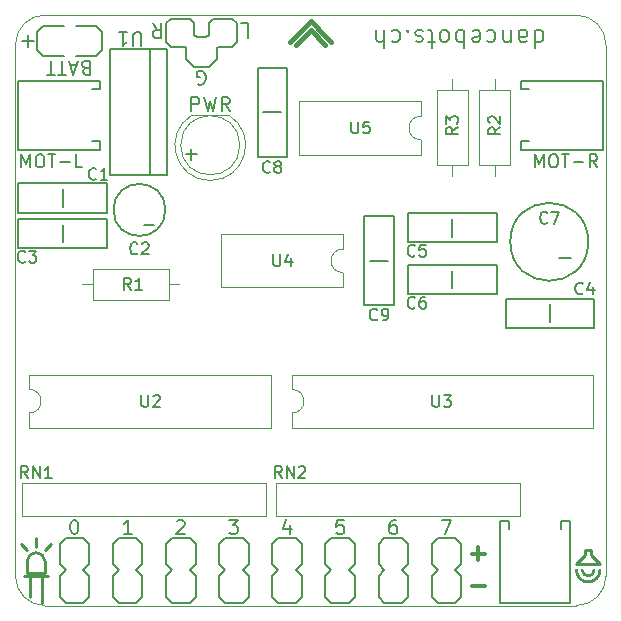
<source format=gbr>
G04 #@! TF.GenerationSoftware,KiCad,Pcbnew,(5.1.4)-1*
G04 #@! TF.CreationDate,2019-12-17T09:59:54+01:00*
G04 #@! TF.ProjectId,dancebots-pcb,64616e63-6562-46f7-9473-2d7063622e6b,rev?*
G04 #@! TF.SameCoordinates,PX5f5e100PY8f0d180*
G04 #@! TF.FileFunction,Legend,Top*
G04 #@! TF.FilePolarity,Positive*
%FSLAX46Y46*%
G04 Gerber Fmt 4.6, Leading zero omitted, Abs format (unit mm)*
G04 Created by KiCad (PCBNEW (5.1.4)-1) date 2019-12-17 09:59:54*
%MOMM*%
%LPD*%
G04 APERTURE LIST*
%ADD10C,0.400000*%
%ADD11C,0.300000*%
%ADD12C,0.200000*%
%ADD13C,0.170000*%
%ADD14C,0.250000*%
%ADD15C,0.100000*%
%ADD16C,0.120000*%
%ADD17C,0.150000*%
G04 APERTURE END LIST*
D10*
X23750000Y48250000D02*
X23250000Y47750000D01*
X26250000Y48250000D02*
X26750000Y47750000D01*
X25000000Y48750000D02*
X23750000Y47500000D01*
X25000000Y48750000D02*
X26250000Y47500000D01*
X25000000Y49500000D02*
X26250000Y48250000D01*
X25000000Y49500000D02*
X23750000Y48250000D01*
D11*
X38628571Y1692858D02*
X39771428Y1692858D01*
X38628571Y4392858D02*
X39771428Y4392858D01*
X39200000Y3821429D02*
X39200000Y4964286D01*
D12*
X14442857Y38214286D02*
X15357142Y38214286D01*
X14900000Y37757143D02*
X14900000Y38671429D01*
D13*
X14900000Y41857143D02*
X14900000Y43057143D01*
X15357142Y43057143D01*
X15471428Y43000000D01*
X15528571Y42942858D01*
X15585714Y42828572D01*
X15585714Y42657143D01*
X15528571Y42542858D01*
X15471428Y42485715D01*
X15357142Y42428572D01*
X14900000Y42428572D01*
X15985714Y43057143D02*
X16271428Y41857143D01*
X16500000Y42714286D01*
X16728571Y41857143D01*
X17014285Y43057143D01*
X18157142Y41857143D02*
X17757142Y42428572D01*
X17471428Y41857143D02*
X17471428Y43057143D01*
X17928571Y43057143D01*
X18042857Y43000000D01*
X18100000Y42942858D01*
X18157142Y42828572D01*
X18157142Y42657143D01*
X18100000Y42542858D01*
X18042857Y42485715D01*
X17928571Y42428572D01*
X17471428Y42428572D01*
X511904Y37102381D02*
X511904Y38202381D01*
X878571Y37416667D01*
X1245238Y38202381D01*
X1245238Y37102381D01*
X1978571Y38202381D02*
X2188095Y38202381D01*
X2292857Y38150000D01*
X2397619Y38045239D01*
X2450000Y37835715D01*
X2450000Y37469048D01*
X2397619Y37259524D01*
X2292857Y37154762D01*
X2188095Y37102381D01*
X1978571Y37102381D01*
X1873809Y37154762D01*
X1769047Y37259524D01*
X1716666Y37469048D01*
X1716666Y37835715D01*
X1769047Y38045239D01*
X1873809Y38150000D01*
X1978571Y38202381D01*
X2764285Y38202381D02*
X3392857Y38202381D01*
X3078571Y37102381D02*
X3078571Y38202381D01*
X3759523Y37521429D02*
X4597619Y37521429D01*
X5645238Y37102381D02*
X5121428Y37102381D01*
X5121428Y38202381D01*
X44007142Y37102381D02*
X44007142Y38202381D01*
X44373809Y37416667D01*
X44740476Y38202381D01*
X44740476Y37102381D01*
X45473809Y38202381D02*
X45683333Y38202381D01*
X45788095Y38150000D01*
X45892857Y38045239D01*
X45945238Y37835715D01*
X45945238Y37469048D01*
X45892857Y37259524D01*
X45788095Y37154762D01*
X45683333Y37102381D01*
X45473809Y37102381D01*
X45369047Y37154762D01*
X45264285Y37259524D01*
X45211904Y37469048D01*
X45211904Y37835715D01*
X45264285Y38045239D01*
X45369047Y38150000D01*
X45473809Y38202381D01*
X46259523Y38202381D02*
X46888095Y38202381D01*
X46573809Y37102381D02*
X46573809Y38202381D01*
X47254761Y37521429D02*
X48092857Y37521429D01*
X49245238Y37102381D02*
X48878571Y37626191D01*
X48616666Y37102381D02*
X48616666Y38202381D01*
X49035714Y38202381D01*
X49140476Y38150000D01*
X49192857Y38097620D01*
X49245238Y37992858D01*
X49245238Y37835715D01*
X49192857Y37730953D01*
X49140476Y37678572D01*
X49035714Y37626191D01*
X48616666Y37626191D01*
D12*
X43992857Y48728572D02*
X43992857Y47228572D01*
X43992857Y48657143D02*
X44135714Y48728572D01*
X44421428Y48728572D01*
X44564285Y48657143D01*
X44635714Y48585715D01*
X44707142Y48442858D01*
X44707142Y48014286D01*
X44635714Y47871429D01*
X44564285Y47800000D01*
X44421428Y47728572D01*
X44135714Y47728572D01*
X43992857Y47800000D01*
X42635714Y48728572D02*
X42635714Y47942858D01*
X42707142Y47800000D01*
X42850000Y47728572D01*
X43135714Y47728572D01*
X43278571Y47800000D01*
X42635714Y48657143D02*
X42778571Y48728572D01*
X43135714Y48728572D01*
X43278571Y48657143D01*
X43350000Y48514286D01*
X43350000Y48371429D01*
X43278571Y48228572D01*
X43135714Y48157143D01*
X42778571Y48157143D01*
X42635714Y48085715D01*
X41921428Y47728572D02*
X41921428Y48728572D01*
X41921428Y47871429D02*
X41850000Y47800000D01*
X41707142Y47728572D01*
X41492857Y47728572D01*
X41350000Y47800000D01*
X41278571Y47942858D01*
X41278571Y48728572D01*
X39921428Y48657143D02*
X40064285Y48728572D01*
X40350000Y48728572D01*
X40492857Y48657143D01*
X40564285Y48585715D01*
X40635714Y48442858D01*
X40635714Y48014286D01*
X40564285Y47871429D01*
X40492857Y47800000D01*
X40350000Y47728572D01*
X40064285Y47728572D01*
X39921428Y47800000D01*
X38707142Y48657143D02*
X38850000Y48728572D01*
X39135714Y48728572D01*
X39278571Y48657143D01*
X39350000Y48514286D01*
X39350000Y47942858D01*
X39278571Y47800000D01*
X39135714Y47728572D01*
X38850000Y47728572D01*
X38707142Y47800000D01*
X38635714Y47942858D01*
X38635714Y48085715D01*
X39350000Y48228572D01*
X37992857Y48728572D02*
X37992857Y47228572D01*
X37992857Y47800000D02*
X37850000Y47728572D01*
X37564285Y47728572D01*
X37421428Y47800000D01*
X37350000Y47871429D01*
X37278571Y48014286D01*
X37278571Y48442858D01*
X37350000Y48585715D01*
X37421428Y48657143D01*
X37564285Y48728572D01*
X37850000Y48728572D01*
X37992857Y48657143D01*
X36421428Y48728572D02*
X36564285Y48657143D01*
X36635714Y48585715D01*
X36707142Y48442858D01*
X36707142Y48014286D01*
X36635714Y47871429D01*
X36564285Y47800000D01*
X36421428Y47728572D01*
X36207142Y47728572D01*
X36064285Y47800000D01*
X35992857Y47871429D01*
X35921428Y48014286D01*
X35921428Y48442858D01*
X35992857Y48585715D01*
X36064285Y48657143D01*
X36207142Y48728572D01*
X36421428Y48728572D01*
X35492857Y47728572D02*
X34921428Y47728572D01*
X35278571Y47228572D02*
X35278571Y48514286D01*
X35207142Y48657143D01*
X35064285Y48728572D01*
X34921428Y48728572D01*
X34492857Y48657143D02*
X34350000Y48728572D01*
X34064285Y48728572D01*
X33921428Y48657143D01*
X33850000Y48514286D01*
X33850000Y48442858D01*
X33921428Y48300000D01*
X34064285Y48228572D01*
X34278571Y48228572D01*
X34421428Y48157143D01*
X34492857Y48014286D01*
X34492857Y47942858D01*
X34421428Y47800000D01*
X34278571Y47728572D01*
X34064285Y47728572D01*
X33921428Y47800000D01*
X33207142Y48585715D02*
X33135714Y48657143D01*
X33207142Y48728572D01*
X33278571Y48657143D01*
X33207142Y48585715D01*
X33207142Y48728572D01*
X31850000Y48657143D02*
X31992857Y48728572D01*
X32278571Y48728572D01*
X32421428Y48657143D01*
X32492857Y48585715D01*
X32564285Y48442858D01*
X32564285Y48014286D01*
X32492857Y47871429D01*
X32421428Y47800000D01*
X32278571Y47728572D01*
X31992857Y47728572D01*
X31850000Y47800000D01*
X31207142Y48728572D02*
X31207142Y47228572D01*
X30564285Y48728572D02*
X30564285Y47942858D01*
X30635714Y47800000D01*
X30778571Y47728572D01*
X30992857Y47728572D01*
X31135714Y47800000D01*
X31207142Y47871429D01*
D13*
X36100000Y7257143D02*
X36900000Y7257143D01*
X36385714Y6057143D01*
X32228571Y7257143D02*
X32000000Y7257143D01*
X31885714Y7200000D01*
X31828571Y7142858D01*
X31714285Y6971429D01*
X31657142Y6742858D01*
X31657142Y6285715D01*
X31714285Y6171429D01*
X31771428Y6114286D01*
X31885714Y6057143D01*
X32114285Y6057143D01*
X32228571Y6114286D01*
X32285714Y6171429D01*
X32342857Y6285715D01*
X32342857Y6571429D01*
X32285714Y6685715D01*
X32228571Y6742858D01*
X32114285Y6800000D01*
X31885714Y6800000D01*
X31771428Y6742858D01*
X31714285Y6685715D01*
X31657142Y6571429D01*
X27785714Y7257143D02*
X27214285Y7257143D01*
X27157142Y6685715D01*
X27214285Y6742858D01*
X27328571Y6800000D01*
X27614285Y6800000D01*
X27728571Y6742858D01*
X27785714Y6685715D01*
X27842857Y6571429D01*
X27842857Y6285715D01*
X27785714Y6171429D01*
X27728571Y6114286D01*
X27614285Y6057143D01*
X27328571Y6057143D01*
X27214285Y6114286D01*
X27157142Y6171429D01*
X23228571Y6857143D02*
X23228571Y6057143D01*
X22942857Y7314286D02*
X22657142Y6457143D01*
X23400000Y6457143D01*
X18100000Y7257143D02*
X18842857Y7257143D01*
X18442857Y6800000D01*
X18614285Y6800000D01*
X18728571Y6742858D01*
X18785714Y6685715D01*
X18842857Y6571429D01*
X18842857Y6285715D01*
X18785714Y6171429D01*
X18728571Y6114286D01*
X18614285Y6057143D01*
X18271428Y6057143D01*
X18157142Y6114286D01*
X18100000Y6171429D01*
X13657142Y7142858D02*
X13714285Y7200000D01*
X13828571Y7257143D01*
X14114285Y7257143D01*
X14228571Y7200000D01*
X14285714Y7142858D01*
X14342857Y7028572D01*
X14342857Y6914286D01*
X14285714Y6742858D01*
X13600000Y6057143D01*
X14342857Y6057143D01*
X9842857Y6057143D02*
X9157142Y6057143D01*
X9500000Y6057143D02*
X9500000Y7257143D01*
X9385714Y7085715D01*
X9271428Y6971429D01*
X9157142Y6914286D01*
X4942857Y7257143D02*
X5057142Y7257143D01*
X5171428Y7200000D01*
X5228571Y7142858D01*
X5285714Y7028572D01*
X5342857Y6800000D01*
X5342857Y6514286D01*
X5285714Y6285715D01*
X5228571Y6171429D01*
X5171428Y6114286D01*
X5057142Y6057143D01*
X4942857Y6057143D01*
X4828571Y6114286D01*
X4771428Y6171429D01*
X4714285Y6285715D01*
X4657142Y6514286D01*
X4657142Y6800000D01*
X4714285Y7028572D01*
X4771428Y7142858D01*
X4828571Y7200000D01*
X4942857Y7257143D01*
X10664285Y47342858D02*
X10664285Y48314286D01*
X10607142Y48428572D01*
X10550000Y48485715D01*
X10435714Y48542858D01*
X10207142Y48542858D01*
X10092857Y48485715D01*
X10035714Y48428572D01*
X9978571Y48314286D01*
X9978571Y47342858D01*
X8778571Y48542858D02*
X9464285Y48542858D01*
X9121428Y48542858D02*
X9121428Y47342858D01*
X9235714Y47514286D01*
X9350000Y47628572D01*
X9464285Y47685715D01*
X11628571Y49292858D02*
X12028571Y48721429D01*
X12314285Y49292858D02*
X12314285Y48092858D01*
X11857142Y48092858D01*
X11742857Y48150000D01*
X11685714Y48207143D01*
X11628571Y48321429D01*
X11628571Y48492858D01*
X11685714Y48607143D01*
X11742857Y48664286D01*
X11857142Y48721429D01*
X12314285Y48721429D01*
X19128571Y49292858D02*
X19700000Y49292858D01*
X19700000Y48092858D01*
X15435714Y44150000D02*
X15550000Y44092858D01*
X15721428Y44092858D01*
X15892857Y44150000D01*
X16007142Y44264286D01*
X16064285Y44378572D01*
X16121428Y44607143D01*
X16121428Y44778572D01*
X16064285Y45007143D01*
X16007142Y45121429D01*
X15892857Y45235715D01*
X15721428Y45292858D01*
X15607142Y45292858D01*
X15435714Y45235715D01*
X15378571Y45178572D01*
X15378571Y44778572D01*
X15607142Y44778572D01*
X5942857Y45514286D02*
X5771428Y45571429D01*
X5714285Y45628572D01*
X5657142Y45742858D01*
X5657142Y45914286D01*
X5714285Y46028572D01*
X5771428Y46085715D01*
X5885714Y46142858D01*
X6342857Y46142858D01*
X6342857Y44942858D01*
X5942857Y44942858D01*
X5828571Y45000000D01*
X5771428Y45057143D01*
X5714285Y45171429D01*
X5714285Y45285715D01*
X5771428Y45400000D01*
X5828571Y45457143D01*
X5942857Y45514286D01*
X6342857Y45514286D01*
X5200000Y45800000D02*
X4628571Y45800000D01*
X5314285Y46142858D02*
X4914285Y44942858D01*
X4514285Y46142858D01*
X4285714Y44942858D02*
X3600000Y44942858D01*
X3942857Y46142858D02*
X3942857Y44942858D01*
X3371428Y44942858D02*
X2685714Y44942858D01*
X3028571Y46142858D02*
X3028571Y44942858D01*
D14*
X48750000Y4750000D02*
X48750000Y4250000D01*
X48250000Y4750000D02*
X48750000Y4750000D01*
X48250000Y4250000D02*
X48250000Y4750000D01*
X48250000Y4250000D02*
X47500000Y3500000D01*
X49500000Y3500000D02*
X48750000Y4250000D01*
X47500000Y3500000D02*
X49500000Y3500000D01*
X48000000Y3000000D02*
G75*
G03X48500000Y2500000I500000J0D01*
G01*
X48500000Y2500000D02*
G75*
G03X49000000Y3000000I0J500000D01*
G01*
X48500000Y2000000D02*
G75*
G03X49500000Y3000000I0J1000000D01*
G01*
X47500000Y3000000D02*
G75*
G03X48500000Y2000000I1000000J0D01*
G01*
X1000000Y4750000D02*
X500000Y5250000D01*
X2500000Y4750000D02*
X3000000Y5250000D01*
X1750000Y5000000D02*
X1750000Y5750000D01*
X2250000Y2500000D02*
X2250000Y250000D01*
X1250000Y2500000D02*
X1250000Y750000D01*
X750000Y2500000D02*
X2750000Y2500000D01*
X2500000Y2750000D02*
X2500000Y3750000D01*
X1000000Y2750000D02*
X2500000Y2750000D01*
X1000000Y3750000D02*
X1000000Y2750000D01*
X1750000Y4500000D02*
G75*
G03X1000000Y3750000I0J-750000D01*
G01*
X2500000Y3750000D02*
G75*
G03X1750000Y4500000I-750000J0D01*
G01*
D15*
X0Y2500000D02*
G75*
G03X2500000Y0I2500000J0D01*
G01*
X47500000Y0D02*
G75*
G03X50000000Y2500000I0J2500000D01*
G01*
X50000000Y2500000D02*
X50000000Y47500000D01*
X2500000Y0D02*
X47500000Y0D01*
X0Y47500000D02*
X0Y2500000D01*
X50000000Y47500000D02*
G75*
G03X47500000Y50000000I-2500000J0D01*
G01*
X2500000Y50000000D02*
G75*
G03X0Y47500000I0J-2500000D01*
G01*
X2500000Y50000000D02*
X47500000Y50000000D01*
D16*
X34330000Y38190000D02*
X34330000Y39440000D01*
X24050000Y38190000D02*
X34330000Y38190000D01*
X24050000Y42690000D02*
X24050000Y38190000D01*
X34330000Y42690000D02*
X24050000Y42690000D01*
X34330000Y41440000D02*
X34330000Y42690000D01*
X34330000Y39440000D02*
G75*
G02X34330000Y41440000I0J1000000D01*
G01*
X27730000Y26940000D02*
X27730000Y28190000D01*
X17450000Y26940000D02*
X27730000Y26940000D01*
X17450000Y31440000D02*
X17450000Y26940000D01*
X27730000Y31440000D02*
X17450000Y31440000D01*
X27730000Y30190000D02*
X27730000Y31440000D01*
X27730000Y28190000D02*
G75*
G02X27730000Y30190000I0J1000000D01*
G01*
X23420000Y19560000D02*
X23420000Y18310000D01*
X48940000Y19560000D02*
X23420000Y19560000D01*
X48940000Y15060000D02*
X48940000Y19560000D01*
X23420000Y15060000D02*
X48940000Y15060000D01*
X23420000Y16310000D02*
X23420000Y15060000D01*
X23420000Y18310000D02*
G75*
G02X23420000Y16310000I0J-1000000D01*
G01*
X1170000Y19560000D02*
X1170000Y18310000D01*
X21610000Y19560000D02*
X1170000Y19560000D01*
X21610000Y15060000D02*
X21610000Y19560000D01*
X1170000Y15060000D02*
X21610000Y15060000D01*
X1170000Y16310000D02*
X1170000Y15060000D01*
X1170000Y18310000D02*
G75*
G02X1170000Y16310000I0J-1000000D01*
G01*
X18045000Y41540000D02*
X14955000Y41540000D01*
X19000000Y38980000D02*
G75*
G03X19000000Y38980000I-2500000J0D01*
G01*
X16500462Y35990000D02*
G75*
G02X14955170Y41540000I-462J2990000D01*
G01*
X16499538Y35990000D02*
G75*
G03X18044830Y41540000I462J2990000D01*
G01*
D12*
X1100000Y48300000D02*
X1100000Y47300000D01*
X1600000Y47800000D02*
X600000Y47800000D01*
X7350000Y48550000D02*
X7350000Y47050000D01*
X7350000Y47050000D02*
X6850000Y46550000D01*
X6850000Y46550000D02*
X5100000Y46550000D01*
X4100000Y46550000D02*
X2350000Y46550000D01*
X2350000Y46550000D02*
X1850000Y47050000D01*
X1850000Y47050000D02*
X1850000Y48550000D01*
X1850000Y48550000D02*
X2350000Y49050000D01*
X2350000Y49050000D02*
X4100000Y49050000D01*
X5100000Y49050000D02*
X6850000Y49050000D01*
X6850000Y49050000D02*
X7350000Y48550000D01*
X10900000Y32200000D02*
X11700000Y32200000D01*
X12700000Y33500000D02*
G75*
G03X12700000Y33500000I-2200000J0D01*
G01*
X46000000Y29400000D02*
X47000000Y29400000D01*
X48500000Y30800000D02*
G75*
G03X48500000Y30800000I-3300000J0D01*
G01*
X4250000Y5750000D02*
X5750000Y5750000D01*
X5750000Y5750000D02*
X6250000Y5250000D01*
X6250000Y5250000D02*
X6250000Y3500000D01*
X6250000Y3500000D02*
X5750000Y3000000D01*
X5750000Y3000000D02*
X6250000Y2500000D01*
X6250000Y2500000D02*
X6250000Y750000D01*
X6250000Y750000D02*
X5750000Y250000D01*
X5750000Y250000D02*
X4250000Y250000D01*
X4250000Y250000D02*
X3750000Y750000D01*
X3750000Y750000D02*
X3750000Y2500000D01*
X3750000Y2500000D02*
X4250000Y3000000D01*
X4250000Y3000000D02*
X3750000Y3500000D01*
X3750000Y3500000D02*
X3750000Y5250000D01*
X3750000Y5250000D02*
X4250000Y5750000D01*
X8750000Y5750000D02*
X10250000Y5750000D01*
X10250000Y5750000D02*
X10750000Y5250000D01*
X10750000Y5250000D02*
X10750000Y3500000D01*
X10750000Y3500000D02*
X10250000Y3000000D01*
X10250000Y3000000D02*
X10750000Y2500000D01*
X10750000Y2500000D02*
X10750000Y750000D01*
X10750000Y750000D02*
X10250000Y250000D01*
X10250000Y250000D02*
X8750000Y250000D01*
X8750000Y250000D02*
X8250000Y750000D01*
X8250000Y750000D02*
X8250000Y2500000D01*
X8250000Y2500000D02*
X8750000Y3000000D01*
X8750000Y3000000D02*
X8250000Y3500000D01*
X8250000Y3500000D02*
X8250000Y5250000D01*
X8250000Y5250000D02*
X8750000Y5750000D01*
X13250000Y5750000D02*
X14750000Y5750000D01*
X14750000Y5750000D02*
X15250000Y5250000D01*
X15250000Y5250000D02*
X15250000Y3500000D01*
X15250000Y3500000D02*
X14750000Y3000000D01*
X14750000Y3000000D02*
X15250000Y2500000D01*
X15250000Y2500000D02*
X15250000Y750000D01*
X15250000Y750000D02*
X14750000Y250000D01*
X14750000Y250000D02*
X13250000Y250000D01*
X13250000Y250000D02*
X12750000Y750000D01*
X12750000Y750000D02*
X12750000Y2500000D01*
X12750000Y2500000D02*
X13250000Y3000000D01*
X13250000Y3000000D02*
X12750000Y3500000D01*
X12750000Y3500000D02*
X12750000Y5250000D01*
X12750000Y5250000D02*
X13250000Y5750000D01*
X17750000Y5750000D02*
X19250000Y5750000D01*
X19250000Y5750000D02*
X19750000Y5250000D01*
X19750000Y5250000D02*
X19750000Y3500000D01*
X19750000Y3500000D02*
X19250000Y3000000D01*
X19250000Y3000000D02*
X19750000Y2500000D01*
X19750000Y2500000D02*
X19750000Y750000D01*
X19750000Y750000D02*
X19250000Y250000D01*
X19250000Y250000D02*
X17750000Y250000D01*
X17750000Y250000D02*
X17250000Y750000D01*
X17250000Y750000D02*
X17250000Y2500000D01*
X17250000Y2500000D02*
X17750000Y3000000D01*
X17750000Y3000000D02*
X17250000Y3500000D01*
X17250000Y3500000D02*
X17250000Y5250000D01*
X17250000Y5250000D02*
X17750000Y5750000D01*
X22250000Y5750000D02*
X23750000Y5750000D01*
X23750000Y5750000D02*
X24250000Y5250000D01*
X24250000Y5250000D02*
X24250000Y3500000D01*
X24250000Y3500000D02*
X23750000Y3000000D01*
X23750000Y3000000D02*
X24250000Y2500000D01*
X24250000Y2500000D02*
X24250000Y750000D01*
X24250000Y750000D02*
X23750000Y250000D01*
X23750000Y250000D02*
X22250000Y250000D01*
X22250000Y250000D02*
X21750000Y750000D01*
X21750000Y750000D02*
X21750000Y2500000D01*
X21750000Y2500000D02*
X22250000Y3000000D01*
X22250000Y3000000D02*
X21750000Y3500000D01*
X21750000Y3500000D02*
X21750000Y5250000D01*
X21750000Y5250000D02*
X22250000Y5750000D01*
X26750000Y5750000D02*
X28250000Y5750000D01*
X28250000Y5750000D02*
X28750000Y5250000D01*
X28750000Y5250000D02*
X28750000Y3500000D01*
X28750000Y3500000D02*
X28250000Y3000000D01*
X28250000Y3000000D02*
X28750000Y2500000D01*
X28750000Y2500000D02*
X28750000Y750000D01*
X28750000Y750000D02*
X28250000Y250000D01*
X28250000Y250000D02*
X26750000Y250000D01*
X26750000Y250000D02*
X26250000Y750000D01*
X26250000Y750000D02*
X26250000Y2500000D01*
X26250000Y2500000D02*
X26750000Y3000000D01*
X26750000Y3000000D02*
X26250000Y3500000D01*
X26250000Y3500000D02*
X26250000Y5250000D01*
X26250000Y5250000D02*
X26750000Y5750000D01*
X31250000Y5750000D02*
X32750000Y5750000D01*
X32750000Y5750000D02*
X33250000Y5250000D01*
X33250000Y5250000D02*
X33250000Y3500000D01*
X33250000Y3500000D02*
X32750000Y3000000D01*
X32750000Y3000000D02*
X33250000Y2500000D01*
X33250000Y2500000D02*
X33250000Y750000D01*
X33250000Y750000D02*
X32750000Y250000D01*
X32750000Y250000D02*
X31250000Y250000D01*
X31250000Y250000D02*
X30750000Y750000D01*
X30750000Y750000D02*
X30750000Y2500000D01*
X30750000Y2500000D02*
X31250000Y3000000D01*
X31250000Y3000000D02*
X30750000Y3500000D01*
X30750000Y3500000D02*
X30750000Y5250000D01*
X30750000Y5250000D02*
X31250000Y5750000D01*
X35750000Y5750000D02*
X37250000Y5750000D01*
X37250000Y5750000D02*
X37750000Y5250000D01*
X37750000Y5250000D02*
X37750000Y3500000D01*
X37750000Y3500000D02*
X37250000Y3000000D01*
X37250000Y3000000D02*
X37750000Y2500000D01*
X37750000Y2500000D02*
X37750000Y750000D01*
X37750000Y750000D02*
X37250000Y250000D01*
X37250000Y250000D02*
X35750000Y250000D01*
X35750000Y250000D02*
X35250000Y750000D01*
X35250000Y750000D02*
X35250000Y2500000D01*
X35250000Y2500000D02*
X35750000Y3000000D01*
X35750000Y3000000D02*
X35250000Y3500000D01*
X35250000Y3500000D02*
X35250000Y5250000D01*
X35250000Y5250000D02*
X35750000Y5750000D01*
D17*
X11401000Y47084000D02*
X11401000Y36416000D01*
X7972000Y36416000D02*
X7972000Y47084000D01*
X12798000Y47084000D02*
X7972000Y47084000D01*
X12798000Y36416000D02*
X7972000Y36416000D01*
X12798000Y36416000D02*
X12798000Y47084000D01*
D12*
X17050000Y46300000D02*
X16350000Y45600000D01*
X16350000Y45600000D02*
X15150000Y45600000D01*
X15150000Y45600000D02*
X14450000Y46300000D01*
X17050000Y46300000D02*
X17050000Y47200000D01*
X17050000Y47200000D02*
X17150000Y47300000D01*
X14450000Y46300000D02*
X14450000Y47200000D01*
X14450000Y47200000D02*
X14350000Y47300000D01*
X16750000Y49700000D02*
X16350000Y49300000D01*
X16350000Y49300000D02*
X16350000Y48300000D01*
X16350000Y48300000D02*
X16150000Y48100000D01*
X16150000Y48100000D02*
X15350000Y48100000D01*
X15350000Y48100000D02*
X15150000Y48300000D01*
X15150000Y48300000D02*
X15150000Y49300000D01*
X15150000Y49300000D02*
X14750000Y49700000D01*
X14750000Y49700000D02*
X13150000Y49700000D01*
X13150000Y49700000D02*
X12750000Y49300000D01*
X12750000Y49300000D02*
X12750000Y47700000D01*
X12750000Y47700000D02*
X13150000Y47300000D01*
X13150000Y47300000D02*
X14350000Y47300000D01*
X17150000Y47300000D02*
X18350000Y47300000D01*
X18350000Y47300000D02*
X18750000Y47700000D01*
X18750000Y47700000D02*
X18750000Y49300000D01*
X16750000Y49700000D02*
X18350000Y49700000D01*
X18350000Y49700000D02*
X18750000Y49300000D01*
D16*
X22060000Y10400000D02*
X22060000Y7600000D01*
X22060000Y7600000D02*
X42720000Y7600000D01*
X42720000Y7600000D02*
X42720000Y10400000D01*
X42720000Y10400000D02*
X22060000Y10400000D01*
X560000Y10400000D02*
X560000Y7600000D01*
X560000Y7600000D02*
X21220000Y7600000D01*
X21220000Y7600000D02*
X21220000Y10400000D01*
X21220000Y10400000D02*
X560000Y10400000D01*
X35690000Y37270000D02*
X38310000Y37270000D01*
X38310000Y37270000D02*
X38310000Y43690000D01*
X38310000Y43690000D02*
X35690000Y43690000D01*
X35690000Y43690000D02*
X35690000Y37270000D01*
X37000000Y36380000D02*
X37000000Y37270000D01*
X37000000Y44580000D02*
X37000000Y43690000D01*
X39290000Y37270000D02*
X41910000Y37270000D01*
X41910000Y37270000D02*
X41910000Y43690000D01*
X41910000Y43690000D02*
X39290000Y43690000D01*
X39290000Y43690000D02*
X39290000Y37270000D01*
X40600000Y36380000D02*
X40600000Y37270000D01*
X40600000Y44580000D02*
X40600000Y43690000D01*
X6570000Y28510000D02*
X6570000Y25890000D01*
X6570000Y25890000D02*
X12990000Y25890000D01*
X12990000Y25890000D02*
X12990000Y28510000D01*
X12990000Y28510000D02*
X6570000Y28510000D01*
X5680000Y27200000D02*
X6570000Y27200000D01*
X13880000Y27200000D02*
X12990000Y27200000D01*
D12*
X7200000Y38550000D02*
X7200000Y39300000D01*
X7200000Y39300000D02*
X6500000Y39300000D01*
X7200000Y44450000D02*
X7200000Y43700000D01*
X7200000Y43700000D02*
X6500000Y43700000D01*
X250000Y38550000D02*
X7200000Y38550000D01*
X250000Y44450000D02*
X7200000Y44450000D01*
X250000Y44450000D02*
X250000Y38550000D01*
X42800000Y44450000D02*
X42800000Y43700000D01*
X42800000Y43700000D02*
X43500000Y43700000D01*
X42800000Y38550000D02*
X42800000Y39300000D01*
X42800000Y39300000D02*
X43500000Y39300000D01*
X49750000Y44450000D02*
X42800000Y44450000D01*
X49750000Y38550000D02*
X42800000Y38550000D01*
X49750000Y38550000D02*
X49750000Y44450000D01*
X46950000Y7200000D02*
X46200000Y7200000D01*
X46200000Y7200000D02*
X46200000Y6500000D01*
X41050000Y7200000D02*
X41800000Y7200000D01*
X41800000Y7200000D02*
X41800000Y6500000D01*
X46950000Y250000D02*
X46950000Y7200000D01*
X41050000Y250000D02*
X41050000Y7200000D01*
X41050000Y250000D02*
X46950000Y250000D01*
X4000000Y35750000D02*
X250000Y35750000D01*
X250000Y35750000D02*
X250000Y33250000D01*
X250000Y33250000D02*
X7750000Y33250000D01*
X7750000Y33250000D02*
X7750000Y35750000D01*
X7750000Y35750000D02*
X4000000Y35750000D01*
X4000000Y33750000D02*
X4000000Y35250000D01*
X4000000Y32750000D02*
X250000Y32750000D01*
X250000Y32750000D02*
X250000Y30250000D01*
X250000Y30250000D02*
X7750000Y30250000D01*
X7750000Y30250000D02*
X7750000Y32750000D01*
X7750000Y32750000D02*
X4000000Y32750000D01*
X4000000Y30750000D02*
X4000000Y32250000D01*
X45250000Y23500000D02*
X49000000Y23500000D01*
X49000000Y23500000D02*
X49000000Y26000000D01*
X49000000Y26000000D02*
X41500000Y26000000D01*
X41500000Y26000000D02*
X41500000Y23500000D01*
X41500000Y23500000D02*
X45250000Y23500000D01*
X45250000Y25500000D02*
X45250000Y24000000D01*
X37000000Y30750000D02*
X40750000Y30750000D01*
X40750000Y30750000D02*
X40750000Y33250000D01*
X40750000Y33250000D02*
X33250000Y33250000D01*
X33250000Y33250000D02*
X33250000Y30750000D01*
X33250000Y30750000D02*
X37000000Y30750000D01*
X37000000Y32750000D02*
X37000000Y31250000D01*
X37000000Y26350000D02*
X40750000Y26350000D01*
X40750000Y26350000D02*
X40750000Y28850000D01*
X40750000Y28850000D02*
X33250000Y28850000D01*
X33250000Y28850000D02*
X33250000Y26350000D01*
X33250000Y26350000D02*
X37000000Y26350000D01*
X37000000Y28350000D02*
X37000000Y26850000D01*
X20500000Y41750000D02*
X20500000Y38000000D01*
X20500000Y38000000D02*
X23000000Y38000000D01*
X23000000Y38000000D02*
X23000000Y45500000D01*
X23000000Y45500000D02*
X20500000Y45500000D01*
X20500000Y45500000D02*
X20500000Y41750000D01*
X22500000Y41750000D02*
X21000000Y41750000D01*
X32050000Y29200000D02*
X32050000Y32950000D01*
X32050000Y32950000D02*
X29550000Y32950000D01*
X29550000Y32950000D02*
X29550000Y25450000D01*
X29550000Y25450000D02*
X32050000Y25450000D01*
X32050000Y25450000D02*
X32050000Y29200000D01*
X30050000Y29200000D02*
X31550000Y29200000D01*
D17*
X28448095Y40987620D02*
X28448095Y40178096D01*
X28495714Y40082858D01*
X28543333Y40035239D01*
X28638571Y39987620D01*
X28829047Y39987620D01*
X28924285Y40035239D01*
X28971904Y40082858D01*
X29019523Y40178096D01*
X29019523Y40987620D01*
X29971904Y40987620D02*
X29495714Y40987620D01*
X29448095Y40511429D01*
X29495714Y40559048D01*
X29590952Y40606667D01*
X29829047Y40606667D01*
X29924285Y40559048D01*
X29971904Y40511429D01*
X30019523Y40416191D01*
X30019523Y40178096D01*
X29971904Y40082858D01*
X29924285Y40035239D01*
X29829047Y39987620D01*
X29590952Y39987620D01*
X29495714Y40035239D01*
X29448095Y40082858D01*
X21844095Y29737620D02*
X21844095Y28928096D01*
X21891714Y28832858D01*
X21939333Y28785239D01*
X22034571Y28737620D01*
X22225047Y28737620D01*
X22320285Y28785239D01*
X22367904Y28832858D01*
X22415523Y28928096D01*
X22415523Y29737620D01*
X23320285Y29404286D02*
X23320285Y28737620D01*
X23082190Y29785239D02*
X22844095Y29070953D01*
X23463142Y29070953D01*
X35306095Y17819620D02*
X35306095Y17010096D01*
X35353714Y16914858D01*
X35401333Y16867239D01*
X35496571Y16819620D01*
X35687047Y16819620D01*
X35782285Y16867239D01*
X35829904Y16914858D01*
X35877523Y17010096D01*
X35877523Y17819620D01*
X36258476Y17819620D02*
X36877523Y17819620D01*
X36544190Y17438667D01*
X36687047Y17438667D01*
X36782285Y17391048D01*
X36829904Y17343429D01*
X36877523Y17248191D01*
X36877523Y17010096D01*
X36829904Y16914858D01*
X36782285Y16867239D01*
X36687047Y16819620D01*
X36401333Y16819620D01*
X36306095Y16867239D01*
X36258476Y16914858D01*
X10668095Y17819620D02*
X10668095Y17010096D01*
X10715714Y16914858D01*
X10763333Y16867239D01*
X10858571Y16819620D01*
X11049047Y16819620D01*
X11144285Y16867239D01*
X11191904Y16914858D01*
X11239523Y17010096D01*
X11239523Y17819620D01*
X11668095Y17724381D02*
X11715714Y17772000D01*
X11810952Y17819620D01*
X12049047Y17819620D01*
X12144285Y17772000D01*
X12191904Y17724381D01*
X12239523Y17629143D01*
X12239523Y17533905D01*
X12191904Y17391048D01*
X11620476Y16819620D01*
X12239523Y16819620D01*
X10333333Y29842858D02*
X10285714Y29795239D01*
X10142857Y29747620D01*
X10047619Y29747620D01*
X9904761Y29795239D01*
X9809523Y29890477D01*
X9761904Y29985715D01*
X9714285Y30176191D01*
X9714285Y30319048D01*
X9761904Y30509524D01*
X9809523Y30604762D01*
X9904761Y30700000D01*
X10047619Y30747620D01*
X10142857Y30747620D01*
X10285714Y30700000D01*
X10333333Y30652381D01*
X10714285Y30652381D02*
X10761904Y30700000D01*
X10857142Y30747620D01*
X11095238Y30747620D01*
X11190476Y30700000D01*
X11238095Y30652381D01*
X11285714Y30557143D01*
X11285714Y30461905D01*
X11238095Y30319048D01*
X10666666Y29747620D01*
X11285714Y29747620D01*
X45033333Y32442858D02*
X44985714Y32395239D01*
X44842857Y32347620D01*
X44747619Y32347620D01*
X44604761Y32395239D01*
X44509523Y32490477D01*
X44461904Y32585715D01*
X44414285Y32776191D01*
X44414285Y32919048D01*
X44461904Y33109524D01*
X44509523Y33204762D01*
X44604761Y33300000D01*
X44747619Y33347620D01*
X44842857Y33347620D01*
X44985714Y33300000D01*
X45033333Y33252381D01*
X45366666Y33347620D02*
X46033333Y33347620D01*
X45604761Y32347620D01*
X22559523Y10797620D02*
X22226190Y11273810D01*
X21988095Y10797620D02*
X21988095Y11797620D01*
X22369047Y11797620D01*
X22464285Y11750000D01*
X22511904Y11702381D01*
X22559523Y11607143D01*
X22559523Y11464286D01*
X22511904Y11369048D01*
X22464285Y11321429D01*
X22369047Y11273810D01*
X21988095Y11273810D01*
X22988095Y10797620D02*
X22988095Y11797620D01*
X23559523Y10797620D01*
X23559523Y11797620D01*
X23988095Y11702381D02*
X24035714Y11750000D01*
X24130952Y11797620D01*
X24369047Y11797620D01*
X24464285Y11750000D01*
X24511904Y11702381D01*
X24559523Y11607143D01*
X24559523Y11511905D01*
X24511904Y11369048D01*
X23940476Y10797620D01*
X24559523Y10797620D01*
X1059523Y10797620D02*
X726190Y11273810D01*
X488095Y10797620D02*
X488095Y11797620D01*
X869047Y11797620D01*
X964285Y11750000D01*
X1011904Y11702381D01*
X1059523Y11607143D01*
X1059523Y11464286D01*
X1011904Y11369048D01*
X964285Y11321429D01*
X869047Y11273810D01*
X488095Y11273810D01*
X1488095Y10797620D02*
X1488095Y11797620D01*
X2059523Y10797620D01*
X2059523Y11797620D01*
X3059523Y10797620D02*
X2488095Y10797620D01*
X2773809Y10797620D02*
X2773809Y11797620D01*
X2678571Y11654762D01*
X2583333Y11559524D01*
X2488095Y11511905D01*
X37452380Y40483334D02*
X36976190Y40150000D01*
X37452380Y39911905D02*
X36452380Y39911905D01*
X36452380Y40292858D01*
X36500000Y40388096D01*
X36547619Y40435715D01*
X36642857Y40483334D01*
X36785714Y40483334D01*
X36880952Y40435715D01*
X36928571Y40388096D01*
X36976190Y40292858D01*
X36976190Y39911905D01*
X36452380Y40816667D02*
X36452380Y41435715D01*
X36833333Y41102381D01*
X36833333Y41245239D01*
X36880952Y41340477D01*
X36928571Y41388096D01*
X37023809Y41435715D01*
X37261904Y41435715D01*
X37357142Y41388096D01*
X37404761Y41340477D01*
X37452380Y41245239D01*
X37452380Y40959524D01*
X37404761Y40864286D01*
X37357142Y40816667D01*
X41052380Y40483334D02*
X40576190Y40150000D01*
X41052380Y39911905D02*
X40052380Y39911905D01*
X40052380Y40292858D01*
X40100000Y40388096D01*
X40147619Y40435715D01*
X40242857Y40483334D01*
X40385714Y40483334D01*
X40480952Y40435715D01*
X40528571Y40388096D01*
X40576190Y40292858D01*
X40576190Y39911905D01*
X40147619Y40864286D02*
X40100000Y40911905D01*
X40052380Y41007143D01*
X40052380Y41245239D01*
X40100000Y41340477D01*
X40147619Y41388096D01*
X40242857Y41435715D01*
X40338095Y41435715D01*
X40480952Y41388096D01*
X41052380Y40816667D01*
X41052380Y41435715D01*
X9783333Y26747620D02*
X9450000Y27223810D01*
X9211904Y26747620D02*
X9211904Y27747620D01*
X9592857Y27747620D01*
X9688095Y27700000D01*
X9735714Y27652381D01*
X9783333Y27557143D01*
X9783333Y27414286D01*
X9735714Y27319048D01*
X9688095Y27271429D01*
X9592857Y27223810D01*
X9211904Y27223810D01*
X10735714Y26747620D02*
X10164285Y26747620D01*
X10450000Y26747620D02*
X10450000Y27747620D01*
X10354761Y27604762D01*
X10259523Y27509524D01*
X10164285Y27461905D01*
X6833333Y36142858D02*
X6785714Y36095239D01*
X6642857Y36047620D01*
X6547619Y36047620D01*
X6404761Y36095239D01*
X6309523Y36190477D01*
X6261904Y36285715D01*
X6214285Y36476191D01*
X6214285Y36619048D01*
X6261904Y36809524D01*
X6309523Y36904762D01*
X6404761Y37000000D01*
X6547619Y37047620D01*
X6642857Y37047620D01*
X6785714Y37000000D01*
X6833333Y36952381D01*
X7785714Y36047620D02*
X7214285Y36047620D01*
X7500000Y36047620D02*
X7500000Y37047620D01*
X7404761Y36904762D01*
X7309523Y36809524D01*
X7214285Y36761905D01*
X833333Y29142858D02*
X785714Y29095239D01*
X642857Y29047620D01*
X547619Y29047620D01*
X404761Y29095239D01*
X309523Y29190477D01*
X261904Y29285715D01*
X214285Y29476191D01*
X214285Y29619048D01*
X261904Y29809524D01*
X309523Y29904762D01*
X404761Y30000000D01*
X547619Y30047620D01*
X642857Y30047620D01*
X785714Y30000000D01*
X833333Y29952381D01*
X1166666Y30047620D02*
X1785714Y30047620D01*
X1452380Y29666667D01*
X1595238Y29666667D01*
X1690476Y29619048D01*
X1738095Y29571429D01*
X1785714Y29476191D01*
X1785714Y29238096D01*
X1738095Y29142858D01*
X1690476Y29095239D01*
X1595238Y29047620D01*
X1309523Y29047620D01*
X1214285Y29095239D01*
X1166666Y29142858D01*
X48033333Y26442858D02*
X47985714Y26395239D01*
X47842857Y26347620D01*
X47747619Y26347620D01*
X47604761Y26395239D01*
X47509523Y26490477D01*
X47461904Y26585715D01*
X47414285Y26776191D01*
X47414285Y26919048D01*
X47461904Y27109524D01*
X47509523Y27204762D01*
X47604761Y27300000D01*
X47747619Y27347620D01*
X47842857Y27347620D01*
X47985714Y27300000D01*
X48033333Y27252381D01*
X48890476Y27014286D02*
X48890476Y26347620D01*
X48652380Y27395239D02*
X48414285Y26680953D01*
X49033333Y26680953D01*
X33833333Y29642858D02*
X33785714Y29595239D01*
X33642857Y29547620D01*
X33547619Y29547620D01*
X33404761Y29595239D01*
X33309523Y29690477D01*
X33261904Y29785715D01*
X33214285Y29976191D01*
X33214285Y30119048D01*
X33261904Y30309524D01*
X33309523Y30404762D01*
X33404761Y30500000D01*
X33547619Y30547620D01*
X33642857Y30547620D01*
X33785714Y30500000D01*
X33833333Y30452381D01*
X34738095Y30547620D02*
X34261904Y30547620D01*
X34214285Y30071429D01*
X34261904Y30119048D01*
X34357142Y30166667D01*
X34595238Y30166667D01*
X34690476Y30119048D01*
X34738095Y30071429D01*
X34785714Y29976191D01*
X34785714Y29738096D01*
X34738095Y29642858D01*
X34690476Y29595239D01*
X34595238Y29547620D01*
X34357142Y29547620D01*
X34261904Y29595239D01*
X34214285Y29642858D01*
X33833333Y25242858D02*
X33785714Y25195239D01*
X33642857Y25147620D01*
X33547619Y25147620D01*
X33404761Y25195239D01*
X33309523Y25290477D01*
X33261904Y25385715D01*
X33214285Y25576191D01*
X33214285Y25719048D01*
X33261904Y25909524D01*
X33309523Y26004762D01*
X33404761Y26100000D01*
X33547619Y26147620D01*
X33642857Y26147620D01*
X33785714Y26100000D01*
X33833333Y26052381D01*
X34690476Y26147620D02*
X34500000Y26147620D01*
X34404761Y26100000D01*
X34357142Y26052381D01*
X34261904Y25909524D01*
X34214285Y25719048D01*
X34214285Y25338096D01*
X34261904Y25242858D01*
X34309523Y25195239D01*
X34404761Y25147620D01*
X34595238Y25147620D01*
X34690476Y25195239D01*
X34738095Y25242858D01*
X34785714Y25338096D01*
X34785714Y25576191D01*
X34738095Y25671429D01*
X34690476Y25719048D01*
X34595238Y25766667D01*
X34404761Y25766667D01*
X34309523Y25719048D01*
X34261904Y25671429D01*
X34214285Y25576191D01*
X21550333Y36726858D02*
X21502714Y36679239D01*
X21359857Y36631620D01*
X21264619Y36631620D01*
X21121761Y36679239D01*
X21026523Y36774477D01*
X20978904Y36869715D01*
X20931285Y37060191D01*
X20931285Y37203048D01*
X20978904Y37393524D01*
X21026523Y37488762D01*
X21121761Y37584000D01*
X21264619Y37631620D01*
X21359857Y37631620D01*
X21502714Y37584000D01*
X21550333Y37536381D01*
X22121761Y37203048D02*
X22026523Y37250667D01*
X21978904Y37298286D01*
X21931285Y37393524D01*
X21931285Y37441143D01*
X21978904Y37536381D01*
X22026523Y37584000D01*
X22121761Y37631620D01*
X22312238Y37631620D01*
X22407476Y37584000D01*
X22455095Y37536381D01*
X22502714Y37441143D01*
X22502714Y37393524D01*
X22455095Y37298286D01*
X22407476Y37250667D01*
X22312238Y37203048D01*
X22121761Y37203048D01*
X22026523Y37155429D01*
X21978904Y37107810D01*
X21931285Y37012572D01*
X21931285Y36822096D01*
X21978904Y36726858D01*
X22026523Y36679239D01*
X22121761Y36631620D01*
X22312238Y36631620D01*
X22407476Y36679239D01*
X22455095Y36726858D01*
X22502714Y36822096D01*
X22502714Y37012572D01*
X22455095Y37107810D01*
X22407476Y37155429D01*
X22312238Y37203048D01*
X30633333Y24242858D02*
X30585714Y24195239D01*
X30442857Y24147620D01*
X30347619Y24147620D01*
X30204761Y24195239D01*
X30109523Y24290477D01*
X30061904Y24385715D01*
X30014285Y24576191D01*
X30014285Y24719048D01*
X30061904Y24909524D01*
X30109523Y25004762D01*
X30204761Y25100000D01*
X30347619Y25147620D01*
X30442857Y25147620D01*
X30585714Y25100000D01*
X30633333Y25052381D01*
X31109523Y24147620D02*
X31300000Y24147620D01*
X31395238Y24195239D01*
X31442857Y24242858D01*
X31538095Y24385715D01*
X31585714Y24576191D01*
X31585714Y24957143D01*
X31538095Y25052381D01*
X31490476Y25100000D01*
X31395238Y25147620D01*
X31204761Y25147620D01*
X31109523Y25100000D01*
X31061904Y25052381D01*
X31014285Y24957143D01*
X31014285Y24719048D01*
X31061904Y24623810D01*
X31109523Y24576191D01*
X31204761Y24528572D01*
X31395238Y24528572D01*
X31490476Y24576191D01*
X31538095Y24623810D01*
X31585714Y24719048D01*
M02*

</source>
